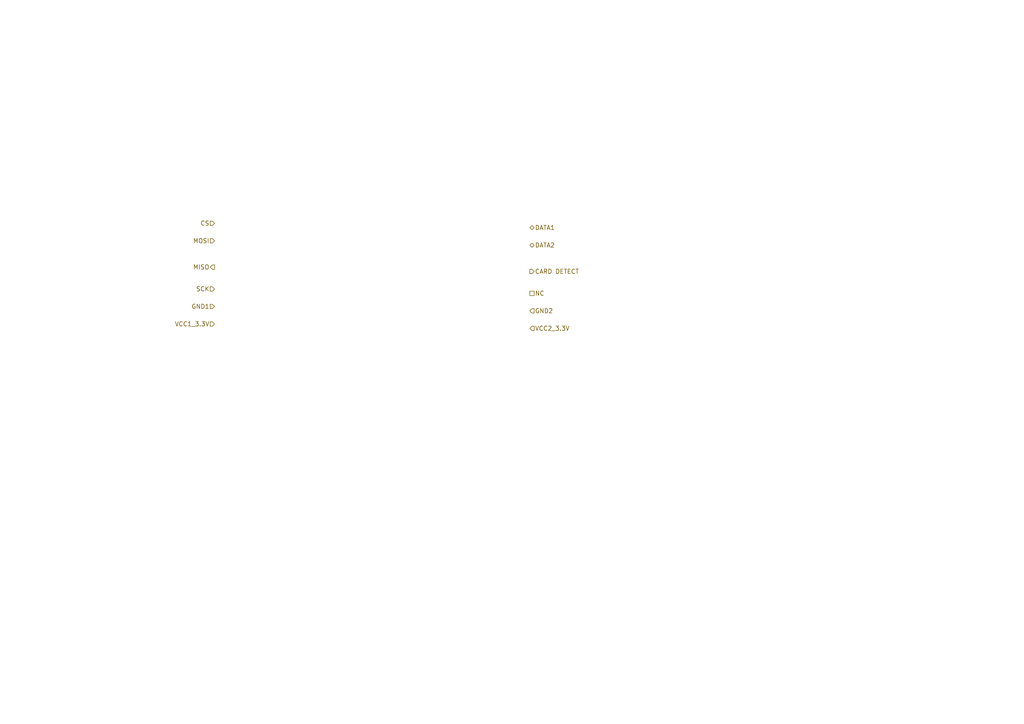
<source format=kicad_sch>
(kicad_sch
	(version 20231120)
	(generator "eeschema")
	(generator_version "8.0")
	(uuid "744755ae-7b3c-4bb4-937e-6ede177ec71c")
	(paper "A4")
	(lib_symbols)
	(hierarchical_label "CARD DETECT"
		(shape output)
		(at 153.67 78.74 0)
		(fields_autoplaced yes)
		(effects
			(font
				(size 1.27 1.27)
			)
			(justify left)
		)
		(uuid "0a03c5ca-a690-464b-99d1-b929207a8b42")
	)
	(hierarchical_label "MOSI"
		(shape input)
		(at 62.23 69.85 180)
		(fields_autoplaced yes)
		(effects
			(font
				(size 1.27 1.27)
			)
			(justify right)
		)
		(uuid "16c955ea-35a8-4c61-8084-509d139b039b")
	)
	(hierarchical_label "VCC2_3.3V"
		(shape input)
		(at 153.67 95.25 0)
		(fields_autoplaced yes)
		(effects
			(font
				(size 1.27 1.27)
			)
			(justify left)
		)
		(uuid "2560a4d5-67a3-499a-98ad-851f124e61b6")
	)
	(hierarchical_label "NC"
		(shape passive)
		(at 153.67 85.09 0)
		(fields_autoplaced yes)
		(effects
			(font
				(size 1.27 1.27)
			)
			(justify left)
		)
		(uuid "59219f4b-8bb1-40b8-b637-39ab7d3b55ba")
	)
	(hierarchical_label "DATA2"
		(shape bidirectional)
		(at 153.67 71.12 0)
		(fields_autoplaced yes)
		(effects
			(font
				(size 1.27 1.27)
			)
			(justify left)
		)
		(uuid "8a291e40-dbd8-4569-be0e-b04b762a0894")
	)
	(hierarchical_label "SCK"
		(shape input)
		(at 62.23 83.82 180)
		(fields_autoplaced yes)
		(effects
			(font
				(size 1.27 1.27)
			)
			(justify right)
		)
		(uuid "91df6cae-d07b-4fec-bd4b-22263599dd4a")
	)
	(hierarchical_label "GND2"
		(shape input)
		(at 153.67 90.17 0)
		(fields_autoplaced yes)
		(effects
			(font
				(size 1.27 1.27)
			)
			(justify left)
		)
		(uuid "9995adf6-34d1-4068-a58c-01e34156e651")
	)
	(hierarchical_label "DATA1"
		(shape bidirectional)
		(at 153.67 66.04 0)
		(fields_autoplaced yes)
		(effects
			(font
				(size 1.27 1.27)
			)
			(justify left)
		)
		(uuid "9d71ce52-ffeb-491d-8775-81749f6d5098")
	)
	(hierarchical_label "GND1"
		(shape input)
		(at 62.23 88.9 180)
		(fields_autoplaced yes)
		(effects
			(font
				(size 1.27 1.27)
			)
			(justify right)
		)
		(uuid "bc11c8db-0a37-409c-a36a-1a5716be8d9b")
	)
	(hierarchical_label "CS"
		(shape input)
		(at 62.23 64.77 180)
		(fields_autoplaced yes)
		(effects
			(font
				(size 1.27 1.27)
			)
			(justify right)
		)
		(uuid "db90edd2-0796-44b4-b59e-8c5a6f19589e")
	)
	(hierarchical_label "MISO"
		(shape output)
		(at 62.23 77.47 180)
		(fields_autoplaced yes)
		(effects
			(font
				(size 1.27 1.27)
			)
			(justify right)
		)
		(uuid "f7216735-e1f7-4650-afa1-af4fd8702d9d")
	)
	(hierarchical_label "VCC1_3.3V"
		(shape input)
		(at 62.23 93.98 180)
		(fields_autoplaced yes)
		(effects
			(font
				(size 1.27 1.27)
			)
			(justify right)
		)
		(uuid "fb4bc1b9-7623-497d-a5a2-7404d8db7709")
	)
)

</source>
